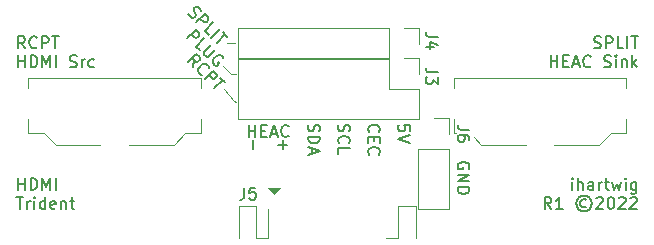
<source format=gbr>
%TF.GenerationSoftware,KiCad,Pcbnew,(6.0.5-0)*%
%TF.CreationDate,2022-10-30T13:02:09-07:00*%
%TF.ProjectId,hdmi-trident,68646d69-2d74-4726-9964-656e742e6b69,rev?*%
%TF.SameCoordinates,PX754d4c0PY6590fa0*%
%TF.FileFunction,Legend,Top*%
%TF.FilePolarity,Positive*%
%FSLAX46Y46*%
G04 Gerber Fmt 4.6, Leading zero omitted, Abs format (unit mm)*
G04 Created by KiCad (PCBNEW (6.0.5-0)) date 2022-10-30 13:02:09*
%MOMM*%
%LPD*%
G01*
G04 APERTURE LIST*
%ADD10C,0.120000*%
%ADD11C,0.150000*%
%ADD12C,0.100000*%
G04 APERTURE END LIST*
D10*
X16300000Y13800000D02*
X16300000Y13000000D01*
X16300000Y9200000D02*
X16300000Y10400000D01*
X15000000Y9200000D02*
X16300000Y9200000D01*
X14000000Y8200000D02*
X15000000Y9200000D01*
X10200000Y8200000D02*
X14000000Y8200000D01*
X4000000Y8200000D02*
X7800000Y8200000D01*
X3000000Y9200000D02*
X4000000Y8200000D01*
X1700000Y9200000D02*
X3000000Y9200000D01*
X1700000Y10400000D02*
X1700000Y9200000D01*
X1700000Y13800000D02*
X1700000Y13000000D01*
X16300000Y13800000D02*
X1700000Y13800000D01*
X37700000Y9200000D02*
X37900000Y9200000D01*
X37700000Y10400000D02*
X37700000Y9200000D01*
X40000000Y8200000D02*
X39400000Y8800000D01*
X43800000Y8200000D02*
X40000000Y8200000D01*
X50000000Y8200000D02*
X46200000Y8200000D01*
X51000000Y9200000D02*
X50000000Y8200000D01*
X52300000Y9200000D02*
X51000000Y9200000D01*
X52300000Y10400000D02*
X52300000Y9200000D01*
X52300000Y13800000D02*
X52300000Y13000000D01*
X37700000Y13800000D02*
X52300000Y13800000D01*
X37700000Y13000000D02*
X37700000Y13800000D01*
D11*
X49592976Y16400239D02*
X49735833Y16352620D01*
X49973928Y16352620D01*
X50069166Y16400239D01*
X50116785Y16447858D01*
X50164404Y16543096D01*
X50164404Y16638334D01*
X50116785Y16733572D01*
X50069166Y16781191D01*
X49973928Y16828810D01*
X49783452Y16876429D01*
X49688214Y16924048D01*
X49640595Y16971667D01*
X49592976Y17066905D01*
X49592976Y17162143D01*
X49640595Y17257381D01*
X49688214Y17305000D01*
X49783452Y17352620D01*
X50021547Y17352620D01*
X50164404Y17305000D01*
X50592976Y16352620D02*
X50592976Y17352620D01*
X50973928Y17352620D01*
X51069166Y17305000D01*
X51116785Y17257381D01*
X51164404Y17162143D01*
X51164404Y17019286D01*
X51116785Y16924048D01*
X51069166Y16876429D01*
X50973928Y16828810D01*
X50592976Y16828810D01*
X52069166Y16352620D02*
X51592976Y16352620D01*
X51592976Y17352620D01*
X52402500Y16352620D02*
X52402500Y17352620D01*
X52735833Y17352620D02*
X53307261Y17352620D01*
X53021547Y16352620D02*
X53021547Y17352620D01*
X45926309Y14742620D02*
X45926309Y15742620D01*
X45926309Y15266429D02*
X46497738Y15266429D01*
X46497738Y14742620D02*
X46497738Y15742620D01*
X46973928Y15266429D02*
X47307261Y15266429D01*
X47450119Y14742620D02*
X46973928Y14742620D01*
X46973928Y15742620D01*
X47450119Y15742620D01*
X47831071Y15028334D02*
X48307261Y15028334D01*
X47735833Y14742620D02*
X48069166Y15742620D01*
X48402500Y14742620D01*
X49307261Y14837858D02*
X49259642Y14790239D01*
X49116785Y14742620D01*
X49021547Y14742620D01*
X48878690Y14790239D01*
X48783452Y14885477D01*
X48735833Y14980715D01*
X48688214Y15171191D01*
X48688214Y15314048D01*
X48735833Y15504524D01*
X48783452Y15599762D01*
X48878690Y15695000D01*
X49021547Y15742620D01*
X49116785Y15742620D01*
X49259642Y15695000D01*
X49307261Y15647381D01*
X50450119Y14790239D02*
X50592976Y14742620D01*
X50831071Y14742620D01*
X50926309Y14790239D01*
X50973928Y14837858D01*
X51021547Y14933096D01*
X51021547Y15028334D01*
X50973928Y15123572D01*
X50926309Y15171191D01*
X50831071Y15218810D01*
X50640595Y15266429D01*
X50545357Y15314048D01*
X50497738Y15361667D01*
X50450119Y15456905D01*
X50450119Y15552143D01*
X50497738Y15647381D01*
X50545357Y15695000D01*
X50640595Y15742620D01*
X50878690Y15742620D01*
X51021547Y15695000D01*
X51450119Y14742620D02*
X51450119Y15409286D01*
X51450119Y15742620D02*
X51402500Y15695000D01*
X51450119Y15647381D01*
X51497738Y15695000D01*
X51450119Y15742620D01*
X51450119Y15647381D01*
X51926309Y15409286D02*
X51926309Y14742620D01*
X51926309Y15314048D02*
X51973928Y15361667D01*
X52069166Y15409286D01*
X52212023Y15409286D01*
X52307261Y15361667D01*
X52354880Y15266429D01*
X52354880Y14742620D01*
X52831071Y14742620D02*
X52831071Y15742620D01*
X52926309Y15123572D02*
X53212023Y14742620D01*
X53212023Y15409286D02*
X52831071Y15028334D01*
X1407023Y16352620D02*
X1073690Y16828810D01*
X835595Y16352620D02*
X835595Y17352620D01*
X1216547Y17352620D01*
X1311785Y17305000D01*
X1359404Y17257381D01*
X1407023Y17162143D01*
X1407023Y17019286D01*
X1359404Y16924048D01*
X1311785Y16876429D01*
X1216547Y16828810D01*
X835595Y16828810D01*
X2407023Y16447858D02*
X2359404Y16400239D01*
X2216547Y16352620D01*
X2121309Y16352620D01*
X1978452Y16400239D01*
X1883214Y16495477D01*
X1835595Y16590715D01*
X1787976Y16781191D01*
X1787976Y16924048D01*
X1835595Y17114524D01*
X1883214Y17209762D01*
X1978452Y17305000D01*
X2121309Y17352620D01*
X2216547Y17352620D01*
X2359404Y17305000D01*
X2407023Y17257381D01*
X2835595Y16352620D02*
X2835595Y17352620D01*
X3216547Y17352620D01*
X3311785Y17305000D01*
X3359404Y17257381D01*
X3407023Y17162143D01*
X3407023Y17019286D01*
X3359404Y16924048D01*
X3311785Y16876429D01*
X3216547Y16828810D01*
X2835595Y16828810D01*
X3692738Y17352620D02*
X4264166Y17352620D01*
X3978452Y16352620D02*
X3978452Y17352620D01*
X835595Y14742620D02*
X835595Y15742620D01*
X835595Y15266429D02*
X1407023Y15266429D01*
X1407023Y14742620D02*
X1407023Y15742620D01*
X1883214Y14742620D02*
X1883214Y15742620D01*
X2121309Y15742620D01*
X2264166Y15695000D01*
X2359404Y15599762D01*
X2407023Y15504524D01*
X2454642Y15314048D01*
X2454642Y15171191D01*
X2407023Y14980715D01*
X2359404Y14885477D01*
X2264166Y14790239D01*
X2121309Y14742620D01*
X1883214Y14742620D01*
X2883214Y14742620D02*
X2883214Y15742620D01*
X3216547Y15028334D01*
X3549880Y15742620D01*
X3549880Y14742620D01*
X4026071Y14742620D02*
X4026071Y15742620D01*
X5216547Y14790239D02*
X5359404Y14742620D01*
X5597500Y14742620D01*
X5692738Y14790239D01*
X5740357Y14837858D01*
X5787976Y14933096D01*
X5787976Y15028334D01*
X5740357Y15123572D01*
X5692738Y15171191D01*
X5597500Y15218810D01*
X5407023Y15266429D01*
X5311785Y15314048D01*
X5264166Y15361667D01*
X5216547Y15456905D01*
X5216547Y15552143D01*
X5264166Y15647381D01*
X5311785Y15695000D01*
X5407023Y15742620D01*
X5645119Y15742620D01*
X5787976Y15695000D01*
X6216547Y14742620D02*
X6216547Y15409286D01*
X6216547Y15218810D02*
X6264166Y15314048D01*
X6311785Y15361667D01*
X6407023Y15409286D01*
X6502261Y15409286D01*
X7264166Y14790239D02*
X7168928Y14742620D01*
X6978452Y14742620D01*
X6883214Y14790239D01*
X6835595Y14837858D01*
X6787976Y14933096D01*
X6787976Y15218810D01*
X6835595Y15314048D01*
X6883214Y15361667D01*
X6978452Y15409286D01*
X7168928Y15409286D01*
X7264166Y15361667D01*
X39000000Y6140596D02*
X39047619Y6235834D01*
X39047619Y6378691D01*
X39000000Y6521548D01*
X38904761Y6616786D01*
X38809523Y6664405D01*
X38619047Y6712024D01*
X38476190Y6712024D01*
X38285714Y6664405D01*
X38190476Y6616786D01*
X38095238Y6521548D01*
X38047619Y6378691D01*
X38047619Y6283453D01*
X38095238Y6140596D01*
X38142857Y6092977D01*
X38476190Y6092977D01*
X38476190Y6283453D01*
X38047619Y5664405D02*
X39047619Y5664405D01*
X38047619Y5092977D01*
X39047619Y5092977D01*
X38047619Y4616786D02*
X39047619Y4616786D01*
X39047619Y4378691D01*
X39000000Y4235834D01*
X38904761Y4140596D01*
X38809523Y4092977D01*
X38619047Y4045358D01*
X38476190Y4045358D01*
X38285714Y4092977D01*
X38190476Y4140596D01*
X38095238Y4235834D01*
X38047619Y4378691D01*
X38047619Y4616786D01*
D10*
X18500000Y16800000D02*
X19200000Y16800000D01*
D11*
X47735833Y4352620D02*
X47735833Y5019286D01*
X47735833Y5352620D02*
X47688214Y5305000D01*
X47735833Y5257381D01*
X47783452Y5305000D01*
X47735833Y5352620D01*
X47735833Y5257381D01*
X48212023Y4352620D02*
X48212023Y5352620D01*
X48640595Y4352620D02*
X48640595Y4876429D01*
X48592976Y4971667D01*
X48497738Y5019286D01*
X48354880Y5019286D01*
X48259642Y4971667D01*
X48212023Y4924048D01*
X49545357Y4352620D02*
X49545357Y4876429D01*
X49497738Y4971667D01*
X49402500Y5019286D01*
X49212023Y5019286D01*
X49116785Y4971667D01*
X49545357Y4400239D02*
X49450119Y4352620D01*
X49212023Y4352620D01*
X49116785Y4400239D01*
X49069166Y4495477D01*
X49069166Y4590715D01*
X49116785Y4685953D01*
X49212023Y4733572D01*
X49450119Y4733572D01*
X49545357Y4781191D01*
X50021547Y4352620D02*
X50021547Y5019286D01*
X50021547Y4828810D02*
X50069166Y4924048D01*
X50116785Y4971667D01*
X50212023Y5019286D01*
X50307261Y5019286D01*
X50497738Y5019286D02*
X50878690Y5019286D01*
X50640595Y5352620D02*
X50640595Y4495477D01*
X50688214Y4400239D01*
X50783452Y4352620D01*
X50878690Y4352620D01*
X51116785Y5019286D02*
X51307261Y4352620D01*
X51497738Y4828810D01*
X51688214Y4352620D01*
X51878690Y5019286D01*
X52259642Y4352620D02*
X52259642Y5019286D01*
X52259642Y5352620D02*
X52212023Y5305000D01*
X52259642Y5257381D01*
X52307261Y5305000D01*
X52259642Y5352620D01*
X52259642Y5257381D01*
X53164404Y5019286D02*
X53164404Y4209762D01*
X53116785Y4114524D01*
X53069166Y4066905D01*
X52973928Y4019286D01*
X52831071Y4019286D01*
X52735833Y4066905D01*
X53164404Y4400239D02*
X53069166Y4352620D01*
X52878690Y4352620D01*
X52783452Y4400239D01*
X52735833Y4447858D01*
X52688214Y4543096D01*
X52688214Y4828810D01*
X52735833Y4924048D01*
X52783452Y4971667D01*
X52878690Y5019286D01*
X53069166Y5019286D01*
X53164404Y4971667D01*
X45973928Y2742620D02*
X45640595Y3218810D01*
X45402500Y2742620D02*
X45402500Y3742620D01*
X45783452Y3742620D01*
X45878690Y3695000D01*
X45926309Y3647381D01*
X45973928Y3552143D01*
X45973928Y3409286D01*
X45926309Y3314048D01*
X45878690Y3266429D01*
X45783452Y3218810D01*
X45402500Y3218810D01*
X46926309Y2742620D02*
X46354880Y2742620D01*
X46640595Y2742620D02*
X46640595Y3742620D01*
X46545357Y3599762D01*
X46450119Y3504524D01*
X46354880Y3456905D01*
X48926309Y3504524D02*
X48831071Y3552143D01*
X48640595Y3552143D01*
X48545357Y3504524D01*
X48450119Y3409286D01*
X48402500Y3314048D01*
X48402500Y3123572D01*
X48450119Y3028334D01*
X48545357Y2933096D01*
X48640595Y2885477D01*
X48831071Y2885477D01*
X48926309Y2933096D01*
X48735833Y3885477D02*
X48497738Y3837858D01*
X48259642Y3695000D01*
X48116785Y3456905D01*
X48069166Y3218810D01*
X48116785Y2980715D01*
X48259642Y2742620D01*
X48497738Y2599762D01*
X48735833Y2552143D01*
X48973928Y2599762D01*
X49212023Y2742620D01*
X49354880Y2980715D01*
X49402500Y3218810D01*
X49354880Y3456905D01*
X49212023Y3695000D01*
X48973928Y3837858D01*
X48735833Y3885477D01*
X49783452Y3647381D02*
X49831071Y3695000D01*
X49926309Y3742620D01*
X50164404Y3742620D01*
X50259642Y3695000D01*
X50307261Y3647381D01*
X50354880Y3552143D01*
X50354880Y3456905D01*
X50307261Y3314048D01*
X49735833Y2742620D01*
X50354880Y2742620D01*
X50973928Y3742620D02*
X51069166Y3742620D01*
X51164404Y3695000D01*
X51212023Y3647381D01*
X51259642Y3552143D01*
X51307261Y3361667D01*
X51307261Y3123572D01*
X51259642Y2933096D01*
X51212023Y2837858D01*
X51164404Y2790239D01*
X51069166Y2742620D01*
X50973928Y2742620D01*
X50878690Y2790239D01*
X50831071Y2837858D01*
X50783452Y2933096D01*
X50735833Y3123572D01*
X50735833Y3361667D01*
X50783452Y3552143D01*
X50831071Y3647381D01*
X50878690Y3695000D01*
X50973928Y3742620D01*
X51688214Y3647381D02*
X51735833Y3695000D01*
X51831071Y3742620D01*
X52069166Y3742620D01*
X52164404Y3695000D01*
X52212023Y3647381D01*
X52259642Y3552143D01*
X52259642Y3456905D01*
X52212023Y3314048D01*
X51640595Y2742620D01*
X52259642Y2742620D01*
X52640595Y3647381D02*
X52688214Y3695000D01*
X52783452Y3742620D01*
X53021547Y3742620D01*
X53116785Y3695000D01*
X53164404Y3647381D01*
X53212023Y3552143D01*
X53212023Y3456905D01*
X53164404Y3314048D01*
X52592976Y2742620D01*
X53212023Y2742620D01*
X835595Y4352620D02*
X835595Y5352620D01*
X835595Y4876429D02*
X1407023Y4876429D01*
X1407023Y4352620D02*
X1407023Y5352620D01*
X1883214Y4352620D02*
X1883214Y5352620D01*
X2121309Y5352620D01*
X2264166Y5305000D01*
X2359404Y5209762D01*
X2407023Y5114524D01*
X2454642Y4924048D01*
X2454642Y4781191D01*
X2407023Y4590715D01*
X2359404Y4495477D01*
X2264166Y4400239D01*
X2121309Y4352620D01*
X1883214Y4352620D01*
X2883214Y4352620D02*
X2883214Y5352620D01*
X3216547Y4638334D01*
X3549880Y5352620D01*
X3549880Y4352620D01*
X4026071Y4352620D02*
X4026071Y5352620D01*
X692738Y3742620D02*
X1264166Y3742620D01*
X978452Y2742620D02*
X978452Y3742620D01*
X1597500Y2742620D02*
X1597500Y3409286D01*
X1597500Y3218810D02*
X1645119Y3314048D01*
X1692738Y3361667D01*
X1787976Y3409286D01*
X1883214Y3409286D01*
X2216547Y2742620D02*
X2216547Y3409286D01*
X2216547Y3742620D02*
X2168928Y3695000D01*
X2216547Y3647381D01*
X2264166Y3695000D01*
X2216547Y3742620D01*
X2216547Y3647381D01*
X3121309Y2742620D02*
X3121309Y3742620D01*
X3121309Y2790239D02*
X3026071Y2742620D01*
X2835595Y2742620D01*
X2740357Y2790239D01*
X2692738Y2837858D01*
X2645119Y2933096D01*
X2645119Y3218810D01*
X2692738Y3314048D01*
X2740357Y3361667D01*
X2835595Y3409286D01*
X3026071Y3409286D01*
X3121309Y3361667D01*
X3978452Y2790239D02*
X3883214Y2742620D01*
X3692738Y2742620D01*
X3597500Y2790239D01*
X3549880Y2885477D01*
X3549880Y3266429D01*
X3597500Y3361667D01*
X3692738Y3409286D01*
X3883214Y3409286D01*
X3978452Y3361667D01*
X4026071Y3266429D01*
X4026071Y3171191D01*
X3549880Y3075953D01*
X4454642Y3409286D02*
X4454642Y2742620D01*
X4454642Y3314048D02*
X4502261Y3361667D01*
X4597500Y3409286D01*
X4740357Y3409286D01*
X4835595Y3361667D01*
X4883214Y3266429D01*
X4883214Y2742620D01*
X5216547Y3409286D02*
X5597500Y3409286D01*
X5359404Y3742620D02*
X5359404Y2885477D01*
X5407023Y2790239D01*
X5502261Y2742620D01*
X5597500Y2742620D01*
D10*
X19116000Y11916000D02*
X19243000Y11789000D01*
X18227000Y12868500D02*
X19116000Y11916000D01*
X18862000Y14202000D02*
X19243000Y14202000D01*
X18163500Y14837000D02*
X18862000Y14202000D01*
D11*
X15623526Y14768710D02*
X15724542Y15341130D01*
X15219465Y15172771D02*
X15926572Y15879878D01*
X16195946Y15610504D01*
X16229618Y15509489D01*
X16229618Y15442145D01*
X16195946Y15341130D01*
X16094931Y15240115D01*
X15993916Y15206443D01*
X15926572Y15206443D01*
X15825557Y15240115D01*
X15556183Y15509489D01*
X16397977Y14128947D02*
X16330633Y14128947D01*
X16195946Y14196291D01*
X16128603Y14263634D01*
X16061259Y14398321D01*
X16061259Y14533008D01*
X16094931Y14634023D01*
X16195946Y14802382D01*
X16296961Y14903397D01*
X16465320Y15004413D01*
X16566335Y15038084D01*
X16701022Y15038084D01*
X16835709Y14970741D01*
X16903053Y14903397D01*
X16970396Y14768710D01*
X16970396Y14701367D01*
X16633679Y13758558D02*
X17340786Y14465665D01*
X17610160Y14196291D01*
X17643831Y14095275D01*
X17643831Y14027932D01*
X17610160Y13926917D01*
X17509144Y13825901D01*
X17408129Y13792230D01*
X17340786Y13792230D01*
X17239770Y13825901D01*
X16970396Y14095275D01*
X17946877Y13859573D02*
X18350938Y13455512D01*
X17441801Y12950436D02*
X18148908Y13657543D01*
X15152122Y17208615D02*
X15859229Y17915722D01*
X16128603Y17646348D01*
X16162274Y17545332D01*
X16162274Y17477989D01*
X16128603Y17376974D01*
X16027587Y17275958D01*
X15926572Y17242287D01*
X15859229Y17242287D01*
X15758213Y17275958D01*
X15488839Y17545332D01*
X16195946Y16164791D02*
X15859229Y16501508D01*
X16566335Y17208615D01*
X17138755Y16636195D02*
X16566335Y16063775D01*
X16532664Y15962760D01*
X16532664Y15895417D01*
X16566335Y15794401D01*
X16701022Y15659714D01*
X16802038Y15626043D01*
X16869381Y15626043D01*
X16970396Y15659714D01*
X17542816Y16232134D01*
X18216251Y15491356D02*
X18182579Y15592371D01*
X18081564Y15693386D01*
X17946877Y15760730D01*
X17812190Y15760730D01*
X17711175Y15727058D01*
X17542816Y15626043D01*
X17441801Y15525027D01*
X17340786Y15356669D01*
X17307114Y15255653D01*
X17307114Y15120966D01*
X17374457Y14986279D01*
X17441801Y14918936D01*
X17576488Y14851592D01*
X17643831Y14851592D01*
X17879534Y15087295D01*
X17744847Y15221982D01*
X15251107Y19276474D02*
X15318450Y19141787D01*
X15486809Y18973428D01*
X15587824Y18939756D01*
X15655168Y18939756D01*
X15756183Y18973428D01*
X15823526Y19040771D01*
X15857198Y19141787D01*
X15857198Y19209130D01*
X15823526Y19310145D01*
X15722511Y19478504D01*
X15688839Y19579519D01*
X15688839Y19646863D01*
X15722511Y19747878D01*
X15789855Y19815222D01*
X15890870Y19848893D01*
X15958213Y19848893D01*
X16059229Y19815222D01*
X16227587Y19646863D01*
X16294931Y19512176D01*
X15924542Y18535695D02*
X16631648Y19242802D01*
X16901022Y18973428D01*
X16934694Y18872413D01*
X16934694Y18805069D01*
X16901022Y18704054D01*
X16800007Y18603039D01*
X16698992Y18569367D01*
X16631648Y18569367D01*
X16530633Y18603039D01*
X16261259Y18872413D01*
X16968366Y17491871D02*
X16631648Y17828588D01*
X17338755Y18535695D01*
X17204068Y17256169D02*
X17911175Y17963275D01*
X18146877Y17727573D02*
X18550938Y17323512D01*
X17641801Y16818436D02*
X18348908Y17525543D01*
X20345595Y8842620D02*
X20345595Y9842620D01*
X20345595Y9366429D02*
X20917023Y9366429D01*
X20917023Y8842620D02*
X20917023Y9842620D01*
X21393214Y9366429D02*
X21726547Y9366429D01*
X21869404Y8842620D02*
X21393214Y8842620D01*
X21393214Y9842620D01*
X21869404Y9842620D01*
X22250357Y9128334D02*
X22726547Y9128334D01*
X22155119Y8842620D02*
X22488452Y9842620D01*
X22821785Y8842620D01*
X23726547Y8937858D02*
X23678928Y8890239D01*
X23536071Y8842620D01*
X23440833Y8842620D01*
X23297976Y8890239D01*
X23202738Y8985477D01*
X23155119Y9080715D01*
X23107500Y9271191D01*
X23107500Y9414048D01*
X23155119Y9604524D01*
X23202738Y9699762D01*
X23297976Y9795000D01*
X23440833Y9842620D01*
X23536071Y9842620D01*
X23678928Y9795000D01*
X23726547Y9747381D01*
X20688571Y8564405D02*
X20688571Y7802500D01*
X34007619Y9358215D02*
X34007619Y9834405D01*
X33531428Y9882024D01*
X33579047Y9834405D01*
X33626666Y9739167D01*
X33626666Y9501072D01*
X33579047Y9405834D01*
X33531428Y9358215D01*
X33436190Y9310596D01*
X33198095Y9310596D01*
X33102857Y9358215D01*
X33055238Y9405834D01*
X33007619Y9501072D01*
X33007619Y9739167D01*
X33055238Y9834405D01*
X33102857Y9882024D01*
X34007619Y9024881D02*
X33007619Y8691548D01*
X34007619Y8358215D01*
X30562857Y9262977D02*
X30515238Y9310596D01*
X30467619Y9453453D01*
X30467619Y9548691D01*
X30515238Y9691548D01*
X30610476Y9786786D01*
X30705714Y9834405D01*
X30896190Y9882024D01*
X31039047Y9882024D01*
X31229523Y9834405D01*
X31324761Y9786786D01*
X31420000Y9691548D01*
X31467619Y9548691D01*
X31467619Y9453453D01*
X31420000Y9310596D01*
X31372380Y9262977D01*
X30991428Y8834405D02*
X30991428Y8501072D01*
X30467619Y8358215D02*
X30467619Y8834405D01*
X31467619Y8834405D01*
X31467619Y8358215D01*
X30562857Y7358215D02*
X30515238Y7405834D01*
X30467619Y7548691D01*
X30467619Y7643929D01*
X30515238Y7786786D01*
X30610476Y7882024D01*
X30705714Y7929643D01*
X30896190Y7977262D01*
X31039047Y7977262D01*
X31229523Y7929643D01*
X31324761Y7882024D01*
X31420000Y7786786D01*
X31467619Y7643929D01*
X31467619Y7548691D01*
X31420000Y7405834D01*
X31372380Y7358215D01*
X23228571Y8564405D02*
X23228571Y7802500D01*
X22847619Y8183453D02*
X23609523Y8183453D01*
X25435238Y9882024D02*
X25387619Y9739167D01*
X25387619Y9501072D01*
X25435238Y9405834D01*
X25482857Y9358215D01*
X25578095Y9310596D01*
X25673333Y9310596D01*
X25768571Y9358215D01*
X25816190Y9405834D01*
X25863809Y9501072D01*
X25911428Y9691548D01*
X25959047Y9786786D01*
X26006666Y9834405D01*
X26101904Y9882024D01*
X26197142Y9882024D01*
X26292380Y9834405D01*
X26340000Y9786786D01*
X26387619Y9691548D01*
X26387619Y9453453D01*
X26340000Y9310596D01*
X25387619Y8882024D02*
X26387619Y8882024D01*
X26387619Y8643929D01*
X26340000Y8501072D01*
X26244761Y8405834D01*
X26149523Y8358215D01*
X25959047Y8310596D01*
X25816190Y8310596D01*
X25625714Y8358215D01*
X25530476Y8405834D01*
X25435238Y8501072D01*
X25387619Y8643929D01*
X25387619Y8882024D01*
X25673333Y7929643D02*
X25673333Y7453453D01*
X25387619Y8024881D02*
X26387619Y7691548D01*
X25387619Y7358215D01*
X27975238Y9882024D02*
X27927619Y9739167D01*
X27927619Y9501072D01*
X27975238Y9405834D01*
X28022857Y9358215D01*
X28118095Y9310596D01*
X28213333Y9310596D01*
X28308571Y9358215D01*
X28356190Y9405834D01*
X28403809Y9501072D01*
X28451428Y9691548D01*
X28499047Y9786786D01*
X28546666Y9834405D01*
X28641904Y9882024D01*
X28737142Y9882024D01*
X28832380Y9834405D01*
X28880000Y9786786D01*
X28927619Y9691548D01*
X28927619Y9453453D01*
X28880000Y9310596D01*
X28022857Y8310596D02*
X27975238Y8358215D01*
X27927619Y8501072D01*
X27927619Y8596310D01*
X27975238Y8739167D01*
X28070476Y8834405D01*
X28165714Y8882024D01*
X28356190Y8929643D01*
X28499047Y8929643D01*
X28689523Y8882024D01*
X28784761Y8834405D01*
X28880000Y8739167D01*
X28927619Y8596310D01*
X28927619Y8501072D01*
X28880000Y8358215D01*
X28832380Y8310596D01*
X27927619Y7405834D02*
X27927619Y7882024D01*
X28927619Y7882024D01*
%TO.C,J6*%
X39047619Y9455334D02*
X38333333Y9455334D01*
X38190476Y9502953D01*
X38095238Y9598191D01*
X38047619Y9741048D01*
X38047619Y9836286D01*
X39047619Y8550572D02*
X39047619Y8741048D01*
X39000000Y8836286D01*
X38952380Y8883905D01*
X38809523Y8979143D01*
X38619047Y9026762D01*
X38238095Y9026762D01*
X38142857Y8979143D01*
X38095238Y8931524D01*
X38047619Y8836286D01*
X38047619Y8645810D01*
X38095238Y8550572D01*
X38142857Y8502953D01*
X38238095Y8455334D01*
X38476190Y8455334D01*
X38571428Y8502953D01*
X38619047Y8550572D01*
X38666666Y8645810D01*
X38666666Y8836286D01*
X38619047Y8931524D01*
X38571428Y8979143D01*
X38476190Y9026762D01*
%TO.C,J5*%
X19966666Y4547620D02*
X19966666Y3833334D01*
X19919047Y3690477D01*
X19823809Y3595239D01*
X19680952Y3547620D01*
X19585714Y3547620D01*
X20919047Y4547620D02*
X20442857Y4547620D01*
X20395238Y4071429D01*
X20442857Y4119048D01*
X20538095Y4166667D01*
X20776190Y4166667D01*
X20871428Y4119048D01*
X20919047Y4071429D01*
X20966666Y3976191D01*
X20966666Y3738096D01*
X20919047Y3642858D01*
X20871428Y3595239D01*
X20776190Y3547620D01*
X20538095Y3547620D01*
X20442857Y3595239D01*
X20395238Y3642858D01*
%TO.C,J3*%
X36344619Y14333334D02*
X35630333Y14333334D01*
X35487476Y14380953D01*
X35392238Y14476191D01*
X35344619Y14619048D01*
X35344619Y14714286D01*
X36344619Y13952381D02*
X36344619Y13333334D01*
X35963666Y13666667D01*
X35963666Y13523810D01*
X35916047Y13428572D01*
X35868428Y13380953D01*
X35773190Y13333334D01*
X35535095Y13333334D01*
X35439857Y13380953D01*
X35392238Y13428572D01*
X35344619Y13523810D01*
X35344619Y13809524D01*
X35392238Y13904762D01*
X35439857Y13952381D01*
%TO.C,J4*%
X36344619Y17333334D02*
X35630333Y17333334D01*
X35487476Y17380953D01*
X35392238Y17476191D01*
X35344619Y17619048D01*
X35344619Y17714286D01*
X36011285Y16428572D02*
X35344619Y16428572D01*
X36392238Y16666667D02*
X35677952Y16904762D01*
X35677952Y16285715D01*
D10*
%TO.C,J6*%
X36007000Y10452000D02*
X37337000Y10452000D01*
X37337000Y7852000D02*
X37337000Y2712000D01*
X34677000Y7852000D02*
X34677000Y2712000D01*
X34677000Y7852000D02*
X37337000Y7852000D01*
X37337000Y10452000D02*
X37337000Y9122000D01*
X34677000Y2712000D02*
X37337000Y2712000D01*
%TO.C,J5*%
X21000000Y250000D02*
X22000000Y250000D01*
X21000000Y3000000D02*
X21000000Y250000D01*
X19500000Y250000D02*
X19500000Y3000000D01*
X33000000Y3000000D02*
X33000000Y250000D01*
X33000000Y250000D02*
X32000000Y250000D01*
X34500000Y250000D02*
X34500000Y3000000D01*
X34500000Y3000000D02*
X33000000Y3000000D01*
X19500000Y3000000D02*
X21000000Y3000000D01*
X22000000Y250000D02*
X22000000Y2750000D01*
G36*
X22500000Y4000000D02*
G01*
X22000000Y4500000D01*
X23000000Y4500000D01*
X22500000Y4000000D01*
G37*
D12*
X22500000Y4000000D02*
X22000000Y4500000D01*
X23000000Y4500000D01*
X22500000Y4000000D01*
D10*
%TO.C,J3*%
X19437000Y15532000D02*
X19437000Y10332000D01*
X32197000Y15532000D02*
X19437000Y15532000D01*
X34797000Y10332000D02*
X19437000Y10332000D01*
X32197000Y15532000D02*
X32197000Y12932000D01*
X32197000Y12932000D02*
X34797000Y12932000D01*
X34797000Y12932000D02*
X34797000Y10332000D01*
X33467000Y15532000D02*
X34797000Y15532000D01*
X34797000Y15532000D02*
X34797000Y14202000D01*
%TO.C,J4*%
X19437000Y18072000D02*
X19437000Y15412000D01*
X32197000Y18072000D02*
X19437000Y18072000D01*
X32197000Y15412000D02*
X19437000Y15412000D01*
X32197000Y18072000D02*
X32197000Y15412000D01*
X33467000Y18072000D02*
X34797000Y18072000D01*
X34797000Y18072000D02*
X34797000Y16742000D01*
%TD*%
M02*

</source>
